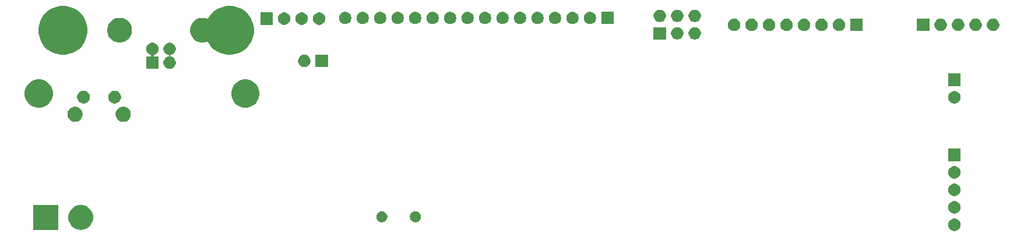
<source format=gbs>
%TF.GenerationSoftware,KiCad,Pcbnew,5.1.6+dfsg1-1~bpo10+1*%
%TF.CreationDate,2020-07-04T22:20:21+02:00*%
%TF.ProjectId,Model-M-USB,4d6f6465-6c2d-44d2-9d55-53422e6b6963,rev?*%
%TF.SameCoordinates,Original*%
%TF.FileFunction,Soldermask,Bot*%
%TF.FilePolarity,Negative*%
%FSLAX46Y46*%
G04 Gerber Fmt 4.6, Leading zero omitted, Abs format (unit mm)*
G04 Created by KiCad (PCBNEW 5.1.6+dfsg1-1~bpo10+1) date 2020-07-04 22:20:21*
%MOMM*%
%LPD*%
G01*
G04 APERTURE LIST*
%ADD10C,0.100000*%
G04 APERTURE END LIST*
D10*
G36*
X182113512Y-92183927D02*
G01*
X182262812Y-92213624D01*
X182426784Y-92281544D01*
X182574354Y-92380147D01*
X182699853Y-92505646D01*
X182798456Y-92653216D01*
X182866376Y-92817188D01*
X182901000Y-92991259D01*
X182901000Y-93168741D01*
X182866376Y-93342812D01*
X182798456Y-93506784D01*
X182699853Y-93654354D01*
X182574354Y-93779853D01*
X182426784Y-93878456D01*
X182262812Y-93946376D01*
X182113512Y-93976073D01*
X182088742Y-93981000D01*
X181911258Y-93981000D01*
X181886488Y-93976073D01*
X181737188Y-93946376D01*
X181573216Y-93878456D01*
X181425646Y-93779853D01*
X181300147Y-93654354D01*
X181201544Y-93506784D01*
X181133624Y-93342812D01*
X181099000Y-93168741D01*
X181099000Y-92991259D01*
X181133624Y-92817188D01*
X181201544Y-92653216D01*
X181300147Y-92505646D01*
X181425646Y-92380147D01*
X181573216Y-92281544D01*
X181737188Y-92213624D01*
X181886488Y-92183927D01*
X181911258Y-92179000D01*
X182088742Y-92179000D01*
X182113512Y-92183927D01*
G37*
G36*
X55306905Y-90208789D02*
G01*
X55605350Y-90268153D01*
X55933122Y-90403921D01*
X56228109Y-90601025D01*
X56478975Y-90851891D01*
X56676079Y-91146878D01*
X56811847Y-91474650D01*
X56871211Y-91773095D01*
X56881060Y-91822610D01*
X56881060Y-92177390D01*
X56873852Y-92213625D01*
X56811847Y-92525350D01*
X56676079Y-92853122D01*
X56478975Y-93148109D01*
X56228109Y-93398975D01*
X55933122Y-93596079D01*
X55605350Y-93731847D01*
X55306905Y-93791211D01*
X55257390Y-93801060D01*
X54902610Y-93801060D01*
X54853095Y-93791211D01*
X54554650Y-93731847D01*
X54226878Y-93596079D01*
X53931891Y-93398975D01*
X53681025Y-93148109D01*
X53483921Y-92853122D01*
X53348153Y-92525350D01*
X53286148Y-92213625D01*
X53278940Y-92177390D01*
X53278940Y-91822610D01*
X53288789Y-91773095D01*
X53348153Y-91474650D01*
X53483921Y-91146878D01*
X53681025Y-90851891D01*
X53931891Y-90601025D01*
X54226878Y-90403921D01*
X54554650Y-90268153D01*
X54853095Y-90208789D01*
X54902610Y-90198940D01*
X55257390Y-90198940D01*
X55306905Y-90208789D01*
G37*
G36*
X51801060Y-93801060D02*
G01*
X48198940Y-93801060D01*
X48198940Y-90198940D01*
X51801060Y-90198940D01*
X51801060Y-93801060D01*
G37*
G36*
X99053642Y-91129781D02*
G01*
X99199414Y-91190162D01*
X99199416Y-91190163D01*
X99330608Y-91277822D01*
X99442178Y-91389392D01*
X99529837Y-91520584D01*
X99529838Y-91520586D01*
X99590219Y-91666358D01*
X99621000Y-91821107D01*
X99621000Y-91978893D01*
X99590219Y-92133642D01*
X99529838Y-92279414D01*
X99529837Y-92279416D01*
X99442178Y-92410608D01*
X99330608Y-92522178D01*
X99199416Y-92609837D01*
X99199415Y-92609838D01*
X99199414Y-92609838D01*
X99053642Y-92670219D01*
X98898893Y-92701000D01*
X98741107Y-92701000D01*
X98586358Y-92670219D01*
X98440586Y-92609838D01*
X98440585Y-92609838D01*
X98440584Y-92609837D01*
X98309392Y-92522178D01*
X98197822Y-92410608D01*
X98110163Y-92279416D01*
X98110162Y-92279414D01*
X98049781Y-92133642D01*
X98019000Y-91978893D01*
X98019000Y-91821107D01*
X98049781Y-91666358D01*
X98110162Y-91520586D01*
X98110163Y-91520584D01*
X98197822Y-91389392D01*
X98309392Y-91277822D01*
X98440584Y-91190163D01*
X98440586Y-91190162D01*
X98586358Y-91129781D01*
X98741107Y-91099000D01*
X98898893Y-91099000D01*
X99053642Y-91129781D01*
G37*
G36*
X103933642Y-91129781D02*
G01*
X104079414Y-91190162D01*
X104079416Y-91190163D01*
X104210608Y-91277822D01*
X104322178Y-91389392D01*
X104409837Y-91520584D01*
X104409838Y-91520586D01*
X104470219Y-91666358D01*
X104501000Y-91821107D01*
X104501000Y-91978893D01*
X104470219Y-92133642D01*
X104409838Y-92279414D01*
X104409837Y-92279416D01*
X104322178Y-92410608D01*
X104210608Y-92522178D01*
X104079416Y-92609837D01*
X104079415Y-92609838D01*
X104079414Y-92609838D01*
X103933642Y-92670219D01*
X103778893Y-92701000D01*
X103621107Y-92701000D01*
X103466358Y-92670219D01*
X103320586Y-92609838D01*
X103320585Y-92609838D01*
X103320584Y-92609837D01*
X103189392Y-92522178D01*
X103077822Y-92410608D01*
X102990163Y-92279416D01*
X102990162Y-92279414D01*
X102929781Y-92133642D01*
X102899000Y-91978893D01*
X102899000Y-91821107D01*
X102929781Y-91666358D01*
X102990162Y-91520586D01*
X102990163Y-91520584D01*
X103077822Y-91389392D01*
X103189392Y-91277822D01*
X103320584Y-91190163D01*
X103320586Y-91190162D01*
X103466358Y-91129781D01*
X103621107Y-91099000D01*
X103778893Y-91099000D01*
X103933642Y-91129781D01*
G37*
G36*
X182113512Y-89643927D02*
G01*
X182262812Y-89673624D01*
X182426784Y-89741544D01*
X182574354Y-89840147D01*
X182699853Y-89965646D01*
X182798456Y-90113216D01*
X182866376Y-90277188D01*
X182901000Y-90451259D01*
X182901000Y-90628741D01*
X182866376Y-90802812D01*
X182798456Y-90966784D01*
X182699853Y-91114354D01*
X182574354Y-91239853D01*
X182426784Y-91338456D01*
X182262812Y-91406376D01*
X182113512Y-91436073D01*
X182088742Y-91441000D01*
X181911258Y-91441000D01*
X181886488Y-91436073D01*
X181737188Y-91406376D01*
X181573216Y-91338456D01*
X181425646Y-91239853D01*
X181300147Y-91114354D01*
X181201544Y-90966784D01*
X181133624Y-90802812D01*
X181099000Y-90628741D01*
X181099000Y-90451259D01*
X181133624Y-90277188D01*
X181201544Y-90113216D01*
X181300147Y-89965646D01*
X181425646Y-89840147D01*
X181573216Y-89741544D01*
X181737188Y-89673624D01*
X181886488Y-89643927D01*
X181911258Y-89639000D01*
X182088742Y-89639000D01*
X182113512Y-89643927D01*
G37*
G36*
X182113512Y-87103927D02*
G01*
X182262812Y-87133624D01*
X182426784Y-87201544D01*
X182574354Y-87300147D01*
X182699853Y-87425646D01*
X182798456Y-87573216D01*
X182866376Y-87737188D01*
X182901000Y-87911259D01*
X182901000Y-88088741D01*
X182866376Y-88262812D01*
X182798456Y-88426784D01*
X182699853Y-88574354D01*
X182574354Y-88699853D01*
X182426784Y-88798456D01*
X182262812Y-88866376D01*
X182113512Y-88896073D01*
X182088742Y-88901000D01*
X181911258Y-88901000D01*
X181886488Y-88896073D01*
X181737188Y-88866376D01*
X181573216Y-88798456D01*
X181425646Y-88699853D01*
X181300147Y-88574354D01*
X181201544Y-88426784D01*
X181133624Y-88262812D01*
X181099000Y-88088741D01*
X181099000Y-87911259D01*
X181133624Y-87737188D01*
X181201544Y-87573216D01*
X181300147Y-87425646D01*
X181425646Y-87300147D01*
X181573216Y-87201544D01*
X181737188Y-87133624D01*
X181886488Y-87103927D01*
X181911258Y-87099000D01*
X182088742Y-87099000D01*
X182113512Y-87103927D01*
G37*
G36*
X182113512Y-84563927D02*
G01*
X182262812Y-84593624D01*
X182426784Y-84661544D01*
X182574354Y-84760147D01*
X182699853Y-84885646D01*
X182798456Y-85033216D01*
X182866376Y-85197188D01*
X182901000Y-85371259D01*
X182901000Y-85548741D01*
X182866376Y-85722812D01*
X182798456Y-85886784D01*
X182699853Y-86034354D01*
X182574354Y-86159853D01*
X182426784Y-86258456D01*
X182262812Y-86326376D01*
X182113512Y-86356073D01*
X182088742Y-86361000D01*
X181911258Y-86361000D01*
X181886488Y-86356073D01*
X181737188Y-86326376D01*
X181573216Y-86258456D01*
X181425646Y-86159853D01*
X181300147Y-86034354D01*
X181201544Y-85886784D01*
X181133624Y-85722812D01*
X181099000Y-85548741D01*
X181099000Y-85371259D01*
X181133624Y-85197188D01*
X181201544Y-85033216D01*
X181300147Y-84885646D01*
X181425646Y-84760147D01*
X181573216Y-84661544D01*
X181737188Y-84593624D01*
X181886488Y-84563927D01*
X181911258Y-84559000D01*
X182088742Y-84559000D01*
X182113512Y-84563927D01*
G37*
G36*
X182901000Y-83821000D02*
G01*
X181099000Y-83821000D01*
X181099000Y-82019000D01*
X182901000Y-82019000D01*
X182901000Y-83821000D01*
G37*
G36*
X61474794Y-75910155D02*
G01*
X61581150Y-75931311D01*
X61679818Y-75972181D01*
X61781520Y-76014307D01*
X61961844Y-76134795D01*
X62115205Y-76288156D01*
X62235693Y-76468480D01*
X62318689Y-76668851D01*
X62361000Y-76881560D01*
X62361000Y-77098440D01*
X62318689Y-77311149D01*
X62235693Y-77511520D01*
X62115205Y-77691844D01*
X61961844Y-77845205D01*
X61781520Y-77965693D01*
X61581150Y-78048689D01*
X61474794Y-78069845D01*
X61368440Y-78091000D01*
X61151560Y-78091000D01*
X61045206Y-78069845D01*
X60938850Y-78048689D01*
X60738480Y-77965693D01*
X60558156Y-77845205D01*
X60404795Y-77691844D01*
X60284307Y-77511520D01*
X60201311Y-77311149D01*
X60159000Y-77098440D01*
X60159000Y-76881560D01*
X60201311Y-76668851D01*
X60284307Y-76468480D01*
X60404795Y-76288156D01*
X60558156Y-76134795D01*
X60738480Y-76014307D01*
X60840182Y-75972181D01*
X60938850Y-75931311D01*
X61045206Y-75910155D01*
X61151560Y-75889000D01*
X61368440Y-75889000D01*
X61474794Y-75910155D01*
G37*
G36*
X54464794Y-75910155D02*
G01*
X54571150Y-75931311D01*
X54669818Y-75972181D01*
X54771520Y-76014307D01*
X54951844Y-76134795D01*
X55105205Y-76288156D01*
X55225693Y-76468480D01*
X55308689Y-76668851D01*
X55351000Y-76881560D01*
X55351000Y-77098440D01*
X55308689Y-77311149D01*
X55225693Y-77511520D01*
X55105205Y-77691844D01*
X54951844Y-77845205D01*
X54771520Y-77965693D01*
X54571150Y-78048689D01*
X54464794Y-78069845D01*
X54358440Y-78091000D01*
X54141560Y-78091000D01*
X54035206Y-78069845D01*
X53928850Y-78048689D01*
X53728480Y-77965693D01*
X53548156Y-77845205D01*
X53394795Y-77691844D01*
X53274307Y-77511520D01*
X53191311Y-77311149D01*
X53149000Y-77098440D01*
X53149000Y-76881560D01*
X53191311Y-76668851D01*
X53274307Y-76468480D01*
X53394795Y-76288156D01*
X53548156Y-76134795D01*
X53728480Y-76014307D01*
X53830182Y-75972181D01*
X53928850Y-75931311D01*
X54035206Y-75910155D01*
X54141560Y-75889000D01*
X54358440Y-75889000D01*
X54464794Y-75910155D01*
G37*
G36*
X79598254Y-72027818D02*
G01*
X79971511Y-72182426D01*
X79971513Y-72182427D01*
X80307436Y-72406884D01*
X80593116Y-72692564D01*
X80817574Y-73028489D01*
X80972182Y-73401746D01*
X81051000Y-73797993D01*
X81051000Y-74202007D01*
X80972182Y-74598254D01*
X80887451Y-74802812D01*
X80817573Y-74971513D01*
X80593116Y-75307436D01*
X80307436Y-75593116D01*
X79971513Y-75817573D01*
X79971512Y-75817574D01*
X79971511Y-75817574D01*
X79598254Y-75972182D01*
X79202007Y-76051000D01*
X78797993Y-76051000D01*
X78401746Y-75972182D01*
X78028489Y-75817574D01*
X78028488Y-75817574D01*
X78028487Y-75817573D01*
X77692564Y-75593116D01*
X77406884Y-75307436D01*
X77182427Y-74971513D01*
X77112549Y-74802812D01*
X77027818Y-74598254D01*
X76949000Y-74202007D01*
X76949000Y-73797993D01*
X77027818Y-73401746D01*
X77182426Y-73028489D01*
X77406884Y-72692564D01*
X77692564Y-72406884D01*
X78028487Y-72182427D01*
X78028489Y-72182426D01*
X78401746Y-72027818D01*
X78797993Y-71949000D01*
X79202007Y-71949000D01*
X79598254Y-72027818D01*
G37*
G36*
X49598254Y-72027818D02*
G01*
X49971511Y-72182426D01*
X49971513Y-72182427D01*
X50307436Y-72406884D01*
X50593116Y-72692564D01*
X50817574Y-73028489D01*
X50972182Y-73401746D01*
X51051000Y-73797993D01*
X51051000Y-74202007D01*
X50972182Y-74598254D01*
X50887451Y-74802812D01*
X50817573Y-74971513D01*
X50593116Y-75307436D01*
X50307436Y-75593116D01*
X49971513Y-75817573D01*
X49971512Y-75817574D01*
X49971511Y-75817574D01*
X49598254Y-75972182D01*
X49202007Y-76051000D01*
X48797993Y-76051000D01*
X48401746Y-75972182D01*
X48028489Y-75817574D01*
X48028488Y-75817574D01*
X48028487Y-75817573D01*
X47692564Y-75593116D01*
X47406884Y-75307436D01*
X47182427Y-74971513D01*
X47112549Y-74802812D01*
X47027818Y-74598254D01*
X46949000Y-74202007D01*
X46949000Y-73797993D01*
X47027818Y-73401746D01*
X47182426Y-73028489D01*
X47406884Y-72692564D01*
X47692564Y-72406884D01*
X48028487Y-72182427D01*
X48028489Y-72182426D01*
X48401746Y-72027818D01*
X48797993Y-71949000D01*
X49202007Y-71949000D01*
X49598254Y-72027818D01*
G37*
G36*
X182113512Y-73643927D02*
G01*
X182262812Y-73673624D01*
X182426784Y-73741544D01*
X182574354Y-73840147D01*
X182699853Y-73965646D01*
X182798456Y-74113216D01*
X182866376Y-74277188D01*
X182901000Y-74451259D01*
X182901000Y-74628741D01*
X182866376Y-74802812D01*
X182798456Y-74966784D01*
X182699853Y-75114354D01*
X182574354Y-75239853D01*
X182426784Y-75338456D01*
X182262812Y-75406376D01*
X182113512Y-75436073D01*
X182088742Y-75441000D01*
X181911258Y-75441000D01*
X181886488Y-75436073D01*
X181737188Y-75406376D01*
X181573216Y-75338456D01*
X181425646Y-75239853D01*
X181300147Y-75114354D01*
X181201544Y-74966784D01*
X181133624Y-74802812D01*
X181099000Y-74628741D01*
X181099000Y-74451259D01*
X181133624Y-74277188D01*
X181201544Y-74113216D01*
X181300147Y-73965646D01*
X181425646Y-73840147D01*
X181573216Y-73741544D01*
X181737188Y-73673624D01*
X181886488Y-73643927D01*
X181911258Y-73639000D01*
X182088742Y-73639000D01*
X182113512Y-73643927D01*
G37*
G36*
X55770104Y-73609585D02*
G01*
X55938626Y-73679389D01*
X56090291Y-73780728D01*
X56219272Y-73909709D01*
X56320611Y-74061374D01*
X56390415Y-74229896D01*
X56426000Y-74408797D01*
X56426000Y-74591203D01*
X56390415Y-74770104D01*
X56320611Y-74938626D01*
X56219272Y-75090291D01*
X56090291Y-75219272D01*
X55938626Y-75320611D01*
X55770104Y-75390415D01*
X55591203Y-75426000D01*
X55408797Y-75426000D01*
X55229896Y-75390415D01*
X55061374Y-75320611D01*
X54909709Y-75219272D01*
X54780728Y-75090291D01*
X54679389Y-74938626D01*
X54609585Y-74770104D01*
X54574000Y-74591203D01*
X54574000Y-74408797D01*
X54609585Y-74229896D01*
X54679389Y-74061374D01*
X54780728Y-73909709D01*
X54909709Y-73780728D01*
X55061374Y-73679389D01*
X55229896Y-73609585D01*
X55408797Y-73574000D01*
X55591203Y-73574000D01*
X55770104Y-73609585D01*
G37*
G36*
X60270104Y-73609585D02*
G01*
X60438626Y-73679389D01*
X60590291Y-73780728D01*
X60719272Y-73909709D01*
X60820611Y-74061374D01*
X60890415Y-74229896D01*
X60926000Y-74408797D01*
X60926000Y-74591203D01*
X60890415Y-74770104D01*
X60820611Y-74938626D01*
X60719272Y-75090291D01*
X60590291Y-75219272D01*
X60438626Y-75320611D01*
X60270104Y-75390415D01*
X60091203Y-75426000D01*
X59908797Y-75426000D01*
X59729896Y-75390415D01*
X59561374Y-75320611D01*
X59409709Y-75219272D01*
X59280728Y-75090291D01*
X59179389Y-74938626D01*
X59109585Y-74770104D01*
X59074000Y-74591203D01*
X59074000Y-74408797D01*
X59109585Y-74229896D01*
X59179389Y-74061374D01*
X59280728Y-73909709D01*
X59409709Y-73780728D01*
X59561374Y-73679389D01*
X59729896Y-73609585D01*
X59908797Y-73574000D01*
X60091203Y-73574000D01*
X60270104Y-73609585D01*
G37*
G36*
X182901000Y-72901000D02*
G01*
X181099000Y-72901000D01*
X181099000Y-71099000D01*
X182901000Y-71099000D01*
X182901000Y-72901000D01*
G37*
G36*
X65613512Y-66603927D02*
G01*
X65762812Y-66633624D01*
X65926784Y-66701544D01*
X66074354Y-66800147D01*
X66199853Y-66925646D01*
X66298456Y-67073216D01*
X66366376Y-67237188D01*
X66401000Y-67411259D01*
X66401000Y-67588741D01*
X66366376Y-67762812D01*
X66298456Y-67926784D01*
X66199853Y-68074354D01*
X66074354Y-68199853D01*
X65926784Y-68298456D01*
X65781771Y-68358523D01*
X65760171Y-68370068D01*
X65741229Y-68385613D01*
X65725684Y-68404555D01*
X65714133Y-68426166D01*
X65707020Y-68449615D01*
X65704618Y-68474001D01*
X65707020Y-68498387D01*
X65714133Y-68521836D01*
X65725684Y-68543447D01*
X65741229Y-68562389D01*
X65760171Y-68577934D01*
X65781782Y-68589485D01*
X65805231Y-68596598D01*
X65829617Y-68599000D01*
X66401000Y-68599000D01*
X66401000Y-70401000D01*
X64599000Y-70401000D01*
X64599000Y-68599000D01*
X65170383Y-68599000D01*
X65194769Y-68596598D01*
X65218218Y-68589485D01*
X65239829Y-68577934D01*
X65258771Y-68562389D01*
X65274316Y-68543447D01*
X65285867Y-68521836D01*
X65292980Y-68498387D01*
X65295382Y-68474001D01*
X65292980Y-68449615D01*
X65285867Y-68426166D01*
X65274316Y-68404555D01*
X65258771Y-68385613D01*
X65239829Y-68370068D01*
X65218229Y-68358523D01*
X65073216Y-68298456D01*
X64925646Y-68199853D01*
X64800147Y-68074354D01*
X64701544Y-67926784D01*
X64633624Y-67762812D01*
X64599000Y-67588741D01*
X64599000Y-67411259D01*
X64633624Y-67237188D01*
X64701544Y-67073216D01*
X64800147Y-66925646D01*
X64925646Y-66800147D01*
X65073216Y-66701544D01*
X65237188Y-66633624D01*
X65386488Y-66603927D01*
X65411258Y-66599000D01*
X65588742Y-66599000D01*
X65613512Y-66603927D01*
G37*
G36*
X68113512Y-66603927D02*
G01*
X68262812Y-66633624D01*
X68426784Y-66701544D01*
X68574354Y-66800147D01*
X68699853Y-66925646D01*
X68798456Y-67073216D01*
X68866376Y-67237188D01*
X68901000Y-67411259D01*
X68901000Y-67588741D01*
X68866376Y-67762812D01*
X68798456Y-67926784D01*
X68699853Y-68074354D01*
X68574354Y-68199853D01*
X68426784Y-68298456D01*
X68262812Y-68366376D01*
X68207362Y-68377405D01*
X68183922Y-68384516D01*
X68162311Y-68396067D01*
X68143369Y-68411613D01*
X68127824Y-68430555D01*
X68116273Y-68452165D01*
X68109160Y-68475614D01*
X68106758Y-68500000D01*
X68109160Y-68524387D01*
X68116273Y-68547835D01*
X68127824Y-68569446D01*
X68143370Y-68588388D01*
X68162312Y-68603933D01*
X68183922Y-68615484D01*
X68207362Y-68622595D01*
X68262812Y-68633624D01*
X68426784Y-68701544D01*
X68574354Y-68800147D01*
X68699853Y-68925646D01*
X68798456Y-69073216D01*
X68866376Y-69237188D01*
X68901000Y-69411259D01*
X68901000Y-69588741D01*
X68866376Y-69762812D01*
X68798456Y-69926784D01*
X68699853Y-70074354D01*
X68574354Y-70199853D01*
X68426784Y-70298456D01*
X68262812Y-70366376D01*
X68113512Y-70396073D01*
X68088742Y-70401000D01*
X67911258Y-70401000D01*
X67886488Y-70396073D01*
X67737188Y-70366376D01*
X67573216Y-70298456D01*
X67425646Y-70199853D01*
X67300147Y-70074354D01*
X67201544Y-69926784D01*
X67133624Y-69762812D01*
X67099000Y-69588741D01*
X67099000Y-69411259D01*
X67133624Y-69237188D01*
X67201544Y-69073216D01*
X67300147Y-68925646D01*
X67425646Y-68800147D01*
X67573216Y-68701544D01*
X67737188Y-68633624D01*
X67792638Y-68622595D01*
X67816078Y-68615484D01*
X67837689Y-68603933D01*
X67856631Y-68588387D01*
X67872176Y-68569445D01*
X67883727Y-68547835D01*
X67890840Y-68524386D01*
X67893242Y-68500000D01*
X67890840Y-68475613D01*
X67883727Y-68452165D01*
X67872176Y-68430554D01*
X67856630Y-68411612D01*
X67837688Y-68396067D01*
X67816078Y-68384516D01*
X67792638Y-68377405D01*
X67737188Y-68366376D01*
X67573216Y-68298456D01*
X67425646Y-68199853D01*
X67300147Y-68074354D01*
X67201544Y-67926784D01*
X67133624Y-67762812D01*
X67099000Y-67588741D01*
X67099000Y-67411259D01*
X67133624Y-67237188D01*
X67201544Y-67073216D01*
X67300147Y-66925646D01*
X67425646Y-66800147D01*
X67573216Y-66701544D01*
X67737188Y-66633624D01*
X67886488Y-66603927D01*
X67911258Y-66599000D01*
X68088742Y-66599000D01*
X68113512Y-66603927D01*
G37*
G36*
X91001000Y-70151000D02*
G01*
X89199000Y-70151000D01*
X89199000Y-68349000D01*
X91001000Y-68349000D01*
X91001000Y-70151000D01*
G37*
G36*
X87673512Y-68353927D02*
G01*
X87822812Y-68383624D01*
X87986784Y-68451544D01*
X88134354Y-68550147D01*
X88259853Y-68675646D01*
X88358456Y-68823216D01*
X88426376Y-68987188D01*
X88461000Y-69161259D01*
X88461000Y-69338741D01*
X88426376Y-69512812D01*
X88358456Y-69676784D01*
X88259853Y-69824354D01*
X88134354Y-69949853D01*
X87986784Y-70048456D01*
X87822812Y-70116376D01*
X87673512Y-70146073D01*
X87648742Y-70151000D01*
X87471258Y-70151000D01*
X87446488Y-70146073D01*
X87297188Y-70116376D01*
X87133216Y-70048456D01*
X86985646Y-69949853D01*
X86860147Y-69824354D01*
X86761544Y-69676784D01*
X86693624Y-69512812D01*
X86659000Y-69338741D01*
X86659000Y-69161259D01*
X86693624Y-68987188D01*
X86761544Y-68823216D01*
X86860147Y-68675646D01*
X86985646Y-68550147D01*
X87133216Y-68451544D01*
X87297188Y-68383624D01*
X87446488Y-68353927D01*
X87471258Y-68349000D01*
X87648742Y-68349000D01*
X87673512Y-68353927D01*
G37*
G36*
X53535787Y-61385462D02*
G01*
X53535790Y-61385463D01*
X53535789Y-61385463D01*
X54182029Y-61653144D01*
X54763631Y-62041758D01*
X55258242Y-62536369D01*
X55646856Y-63117971D01*
X55774770Y-63426784D01*
X55914538Y-63764213D01*
X56051000Y-64450256D01*
X56051000Y-65149744D01*
X55914538Y-65835787D01*
X55914537Y-65835789D01*
X55646856Y-66482029D01*
X55258242Y-67063631D01*
X54763631Y-67558242D01*
X54182029Y-67946856D01*
X53874221Y-68074354D01*
X53535787Y-68214538D01*
X52849744Y-68351000D01*
X52150256Y-68351000D01*
X51464213Y-68214538D01*
X51125779Y-68074354D01*
X50817971Y-67946856D01*
X50236369Y-67558242D01*
X49741758Y-67063631D01*
X49353144Y-66482029D01*
X49085463Y-65835789D01*
X49085462Y-65835787D01*
X48949000Y-65149744D01*
X48949000Y-64450256D01*
X49085462Y-63764213D01*
X49225230Y-63426784D01*
X49353144Y-63117971D01*
X49741758Y-62536369D01*
X50236369Y-62041758D01*
X50817971Y-61653144D01*
X51464211Y-61385463D01*
X51464210Y-61385463D01*
X51464213Y-61385462D01*
X52150256Y-61249000D01*
X52849744Y-61249000D01*
X53535787Y-61385462D01*
G37*
G36*
X77735787Y-61385462D02*
G01*
X77735790Y-61385463D01*
X77735789Y-61385463D01*
X78382029Y-61653144D01*
X78963631Y-62041758D01*
X79458242Y-62536369D01*
X79846856Y-63117971D01*
X79974770Y-63426784D01*
X80114538Y-63764213D01*
X80251000Y-64450256D01*
X80251000Y-65149744D01*
X80114538Y-65835787D01*
X80114537Y-65835789D01*
X79846856Y-66482029D01*
X79458242Y-67063631D01*
X78963631Y-67558242D01*
X78382029Y-67946856D01*
X78074221Y-68074354D01*
X77735787Y-68214538D01*
X77049744Y-68351000D01*
X76350256Y-68351000D01*
X75664213Y-68214538D01*
X75325779Y-68074354D01*
X75017971Y-67946856D01*
X74436369Y-67558242D01*
X73941758Y-67063631D01*
X73575056Y-66514822D01*
X73559513Y-66495883D01*
X73540571Y-66480338D01*
X73518960Y-66468787D01*
X73495511Y-66461674D01*
X73471125Y-66459272D01*
X73446739Y-66461674D01*
X73423290Y-66468787D01*
X73295331Y-66521789D01*
X72947384Y-66591000D01*
X72592616Y-66591000D01*
X72244669Y-66521789D01*
X71916908Y-66386026D01*
X71621930Y-66188928D01*
X71371072Y-65938070D01*
X71173974Y-65643092D01*
X71038211Y-65315331D01*
X70969000Y-64967384D01*
X70969000Y-64612616D01*
X71038211Y-64264669D01*
X71173974Y-63936908D01*
X71371072Y-63641930D01*
X71621930Y-63391072D01*
X71916908Y-63193974D01*
X72244669Y-63058211D01*
X72592616Y-62989000D01*
X72947384Y-62989000D01*
X73295331Y-63058211D01*
X73433757Y-63115549D01*
X73457206Y-63122662D01*
X73481592Y-63125064D01*
X73505978Y-63122662D01*
X73529427Y-63115549D01*
X73551038Y-63103998D01*
X73569980Y-63088453D01*
X73585519Y-63069518D01*
X73941758Y-62536369D01*
X74436369Y-62041758D01*
X75017971Y-61653144D01*
X75664211Y-61385463D01*
X75664210Y-61385463D01*
X75664213Y-61385462D01*
X76350256Y-61249000D01*
X77049744Y-61249000D01*
X77735787Y-61385462D01*
G37*
G36*
X61255331Y-63058211D02*
G01*
X61583092Y-63193974D01*
X61878070Y-63391072D01*
X62128928Y-63641930D01*
X62326026Y-63936908D01*
X62461789Y-64264669D01*
X62531000Y-64612616D01*
X62531000Y-64967384D01*
X62461789Y-65315331D01*
X62326026Y-65643092D01*
X62128928Y-65938070D01*
X61878070Y-66188928D01*
X61583092Y-66386026D01*
X61255331Y-66521789D01*
X60907384Y-66591000D01*
X60552616Y-66591000D01*
X60204669Y-66521789D01*
X59876908Y-66386026D01*
X59581930Y-66188928D01*
X59331072Y-65938070D01*
X59133974Y-65643092D01*
X58998211Y-65315331D01*
X58929000Y-64967384D01*
X58929000Y-64612616D01*
X58998211Y-64264669D01*
X59133974Y-63936908D01*
X59331072Y-63641930D01*
X59581930Y-63391072D01*
X59876908Y-63193974D01*
X60204669Y-63058211D01*
X60552616Y-62989000D01*
X60907384Y-62989000D01*
X61255331Y-63058211D01*
G37*
G36*
X144393512Y-64343927D02*
G01*
X144542812Y-64373624D01*
X144706784Y-64441544D01*
X144854354Y-64540147D01*
X144979853Y-64665646D01*
X145078456Y-64813216D01*
X145146376Y-64977188D01*
X145176073Y-65126488D01*
X145180699Y-65149743D01*
X145181000Y-65151259D01*
X145181000Y-65328741D01*
X145146376Y-65502812D01*
X145078456Y-65666784D01*
X144979853Y-65814354D01*
X144854354Y-65939853D01*
X144706784Y-66038456D01*
X144542812Y-66106376D01*
X144393512Y-66136073D01*
X144368742Y-66141000D01*
X144191258Y-66141000D01*
X144166488Y-66136073D01*
X144017188Y-66106376D01*
X143853216Y-66038456D01*
X143705646Y-65939853D01*
X143580147Y-65814354D01*
X143481544Y-65666784D01*
X143413624Y-65502812D01*
X143379000Y-65328741D01*
X143379000Y-65151259D01*
X143379302Y-65149743D01*
X143383927Y-65126488D01*
X143413624Y-64977188D01*
X143481544Y-64813216D01*
X143580147Y-64665646D01*
X143705646Y-64540147D01*
X143853216Y-64441544D01*
X144017188Y-64373624D01*
X144166488Y-64343927D01*
X144191258Y-64339000D01*
X144368742Y-64339000D01*
X144393512Y-64343927D01*
G37*
G36*
X140101000Y-66141000D02*
G01*
X138299000Y-66141000D01*
X138299000Y-64339000D01*
X140101000Y-64339000D01*
X140101000Y-66141000D01*
G37*
G36*
X141853512Y-64343927D02*
G01*
X142002812Y-64373624D01*
X142166784Y-64441544D01*
X142314354Y-64540147D01*
X142439853Y-64665646D01*
X142538456Y-64813216D01*
X142606376Y-64977188D01*
X142636073Y-65126488D01*
X142640699Y-65149743D01*
X142641000Y-65151259D01*
X142641000Y-65328741D01*
X142606376Y-65502812D01*
X142538456Y-65666784D01*
X142439853Y-65814354D01*
X142314354Y-65939853D01*
X142166784Y-66038456D01*
X142002812Y-66106376D01*
X141853512Y-66136073D01*
X141828742Y-66141000D01*
X141651258Y-66141000D01*
X141626488Y-66136073D01*
X141477188Y-66106376D01*
X141313216Y-66038456D01*
X141165646Y-65939853D01*
X141040147Y-65814354D01*
X140941544Y-65666784D01*
X140873624Y-65502812D01*
X140839000Y-65328741D01*
X140839000Y-65151259D01*
X140839302Y-65149743D01*
X140843927Y-65126488D01*
X140873624Y-64977188D01*
X140941544Y-64813216D01*
X141040147Y-64665646D01*
X141165646Y-64540147D01*
X141313216Y-64441544D01*
X141477188Y-64373624D01*
X141626488Y-64343927D01*
X141651258Y-64339000D01*
X141828742Y-64339000D01*
X141853512Y-64343927D01*
G37*
G36*
X185193512Y-63103927D02*
G01*
X185342812Y-63133624D01*
X185506784Y-63201544D01*
X185654354Y-63300147D01*
X185779853Y-63425646D01*
X185878456Y-63573216D01*
X185946376Y-63737188D01*
X185972072Y-63866375D01*
X185978960Y-63901000D01*
X185981000Y-63911259D01*
X185981000Y-64088741D01*
X185946376Y-64262812D01*
X185878456Y-64426784D01*
X185779853Y-64574354D01*
X185654354Y-64699853D01*
X185506784Y-64798456D01*
X185342812Y-64866376D01*
X185193512Y-64896073D01*
X185168742Y-64901000D01*
X184991258Y-64901000D01*
X184966488Y-64896073D01*
X184817188Y-64866376D01*
X184653216Y-64798456D01*
X184505646Y-64699853D01*
X184380147Y-64574354D01*
X184281544Y-64426784D01*
X184213624Y-64262812D01*
X184179000Y-64088741D01*
X184179000Y-63911259D01*
X184181041Y-63901000D01*
X184187928Y-63866375D01*
X184213624Y-63737188D01*
X184281544Y-63573216D01*
X184380147Y-63425646D01*
X184505646Y-63300147D01*
X184653216Y-63201544D01*
X184817188Y-63133624D01*
X184966488Y-63103927D01*
X184991258Y-63099000D01*
X185168742Y-63099000D01*
X185193512Y-63103927D01*
G37*
G36*
X187733512Y-63103927D02*
G01*
X187882812Y-63133624D01*
X188046784Y-63201544D01*
X188194354Y-63300147D01*
X188319853Y-63425646D01*
X188418456Y-63573216D01*
X188486376Y-63737188D01*
X188512072Y-63866375D01*
X188518960Y-63901000D01*
X188521000Y-63911259D01*
X188521000Y-64088741D01*
X188486376Y-64262812D01*
X188418456Y-64426784D01*
X188319853Y-64574354D01*
X188194354Y-64699853D01*
X188046784Y-64798456D01*
X187882812Y-64866376D01*
X187733512Y-64896073D01*
X187708742Y-64901000D01*
X187531258Y-64901000D01*
X187506488Y-64896073D01*
X187357188Y-64866376D01*
X187193216Y-64798456D01*
X187045646Y-64699853D01*
X186920147Y-64574354D01*
X186821544Y-64426784D01*
X186753624Y-64262812D01*
X186719000Y-64088741D01*
X186719000Y-63911259D01*
X186721041Y-63901000D01*
X186727928Y-63866375D01*
X186753624Y-63737188D01*
X186821544Y-63573216D01*
X186920147Y-63425646D01*
X187045646Y-63300147D01*
X187193216Y-63201544D01*
X187357188Y-63133624D01*
X187506488Y-63103927D01*
X187531258Y-63099000D01*
X187708742Y-63099000D01*
X187733512Y-63103927D01*
G37*
G36*
X180113512Y-63103927D02*
G01*
X180262812Y-63133624D01*
X180426784Y-63201544D01*
X180574354Y-63300147D01*
X180699853Y-63425646D01*
X180798456Y-63573216D01*
X180866376Y-63737188D01*
X180892072Y-63866375D01*
X180898960Y-63901000D01*
X180901000Y-63911259D01*
X180901000Y-64088741D01*
X180866376Y-64262812D01*
X180798456Y-64426784D01*
X180699853Y-64574354D01*
X180574354Y-64699853D01*
X180426784Y-64798456D01*
X180262812Y-64866376D01*
X180113512Y-64896073D01*
X180088742Y-64901000D01*
X179911258Y-64901000D01*
X179886488Y-64896073D01*
X179737188Y-64866376D01*
X179573216Y-64798456D01*
X179425646Y-64699853D01*
X179300147Y-64574354D01*
X179201544Y-64426784D01*
X179133624Y-64262812D01*
X179099000Y-64088741D01*
X179099000Y-63911259D01*
X179101041Y-63901000D01*
X179107928Y-63866375D01*
X179133624Y-63737188D01*
X179201544Y-63573216D01*
X179300147Y-63425646D01*
X179425646Y-63300147D01*
X179573216Y-63201544D01*
X179737188Y-63133624D01*
X179886488Y-63103927D01*
X179911258Y-63099000D01*
X180088742Y-63099000D01*
X180113512Y-63103927D01*
G37*
G36*
X178361000Y-64901000D02*
G01*
X176559000Y-64901000D01*
X176559000Y-63099000D01*
X178361000Y-63099000D01*
X178361000Y-64901000D01*
G37*
G36*
X162813512Y-63103927D02*
G01*
X162962812Y-63133624D01*
X163126784Y-63201544D01*
X163274354Y-63300147D01*
X163399853Y-63425646D01*
X163498456Y-63573216D01*
X163566376Y-63737188D01*
X163592072Y-63866375D01*
X163598960Y-63901000D01*
X163601000Y-63911259D01*
X163601000Y-64088741D01*
X163566376Y-64262812D01*
X163498456Y-64426784D01*
X163399853Y-64574354D01*
X163274354Y-64699853D01*
X163126784Y-64798456D01*
X162962812Y-64866376D01*
X162813512Y-64896073D01*
X162788742Y-64901000D01*
X162611258Y-64901000D01*
X162586488Y-64896073D01*
X162437188Y-64866376D01*
X162273216Y-64798456D01*
X162125646Y-64699853D01*
X162000147Y-64574354D01*
X161901544Y-64426784D01*
X161833624Y-64262812D01*
X161799000Y-64088741D01*
X161799000Y-63911259D01*
X161801041Y-63901000D01*
X161807928Y-63866375D01*
X161833624Y-63737188D01*
X161901544Y-63573216D01*
X162000147Y-63425646D01*
X162125646Y-63300147D01*
X162273216Y-63201544D01*
X162437188Y-63133624D01*
X162586488Y-63103927D01*
X162611258Y-63099000D01*
X162788742Y-63099000D01*
X162813512Y-63103927D01*
G37*
G36*
X150113512Y-63103927D02*
G01*
X150262812Y-63133624D01*
X150426784Y-63201544D01*
X150574354Y-63300147D01*
X150699853Y-63425646D01*
X150798456Y-63573216D01*
X150866376Y-63737188D01*
X150892072Y-63866375D01*
X150898960Y-63901000D01*
X150901000Y-63911259D01*
X150901000Y-64088741D01*
X150866376Y-64262812D01*
X150798456Y-64426784D01*
X150699853Y-64574354D01*
X150574354Y-64699853D01*
X150426784Y-64798456D01*
X150262812Y-64866376D01*
X150113512Y-64896073D01*
X150088742Y-64901000D01*
X149911258Y-64901000D01*
X149886488Y-64896073D01*
X149737188Y-64866376D01*
X149573216Y-64798456D01*
X149425646Y-64699853D01*
X149300147Y-64574354D01*
X149201544Y-64426784D01*
X149133624Y-64262812D01*
X149099000Y-64088741D01*
X149099000Y-63911259D01*
X149101041Y-63901000D01*
X149107928Y-63866375D01*
X149133624Y-63737188D01*
X149201544Y-63573216D01*
X149300147Y-63425646D01*
X149425646Y-63300147D01*
X149573216Y-63201544D01*
X149737188Y-63133624D01*
X149886488Y-63103927D01*
X149911258Y-63099000D01*
X150088742Y-63099000D01*
X150113512Y-63103927D01*
G37*
G36*
X152653512Y-63103927D02*
G01*
X152802812Y-63133624D01*
X152966784Y-63201544D01*
X153114354Y-63300147D01*
X153239853Y-63425646D01*
X153338456Y-63573216D01*
X153406376Y-63737188D01*
X153432072Y-63866375D01*
X153438960Y-63901000D01*
X153441000Y-63911259D01*
X153441000Y-64088741D01*
X153406376Y-64262812D01*
X153338456Y-64426784D01*
X153239853Y-64574354D01*
X153114354Y-64699853D01*
X152966784Y-64798456D01*
X152802812Y-64866376D01*
X152653512Y-64896073D01*
X152628742Y-64901000D01*
X152451258Y-64901000D01*
X152426488Y-64896073D01*
X152277188Y-64866376D01*
X152113216Y-64798456D01*
X151965646Y-64699853D01*
X151840147Y-64574354D01*
X151741544Y-64426784D01*
X151673624Y-64262812D01*
X151639000Y-64088741D01*
X151639000Y-63911259D01*
X151641041Y-63901000D01*
X151647928Y-63866375D01*
X151673624Y-63737188D01*
X151741544Y-63573216D01*
X151840147Y-63425646D01*
X151965646Y-63300147D01*
X152113216Y-63201544D01*
X152277188Y-63133624D01*
X152426488Y-63103927D01*
X152451258Y-63099000D01*
X152628742Y-63099000D01*
X152653512Y-63103927D01*
G37*
G36*
X157733512Y-63103927D02*
G01*
X157882812Y-63133624D01*
X158046784Y-63201544D01*
X158194354Y-63300147D01*
X158319853Y-63425646D01*
X158418456Y-63573216D01*
X158486376Y-63737188D01*
X158512072Y-63866375D01*
X158518960Y-63901000D01*
X158521000Y-63911259D01*
X158521000Y-64088741D01*
X158486376Y-64262812D01*
X158418456Y-64426784D01*
X158319853Y-64574354D01*
X158194354Y-64699853D01*
X158046784Y-64798456D01*
X157882812Y-64866376D01*
X157733512Y-64896073D01*
X157708742Y-64901000D01*
X157531258Y-64901000D01*
X157506488Y-64896073D01*
X157357188Y-64866376D01*
X157193216Y-64798456D01*
X157045646Y-64699853D01*
X156920147Y-64574354D01*
X156821544Y-64426784D01*
X156753624Y-64262812D01*
X156719000Y-64088741D01*
X156719000Y-63911259D01*
X156721041Y-63901000D01*
X156727928Y-63866375D01*
X156753624Y-63737188D01*
X156821544Y-63573216D01*
X156920147Y-63425646D01*
X157045646Y-63300147D01*
X157193216Y-63201544D01*
X157357188Y-63133624D01*
X157506488Y-63103927D01*
X157531258Y-63099000D01*
X157708742Y-63099000D01*
X157733512Y-63103927D01*
G37*
G36*
X160273512Y-63103927D02*
G01*
X160422812Y-63133624D01*
X160586784Y-63201544D01*
X160734354Y-63300147D01*
X160859853Y-63425646D01*
X160958456Y-63573216D01*
X161026376Y-63737188D01*
X161052072Y-63866375D01*
X161058960Y-63901000D01*
X161061000Y-63911259D01*
X161061000Y-64088741D01*
X161026376Y-64262812D01*
X160958456Y-64426784D01*
X160859853Y-64574354D01*
X160734354Y-64699853D01*
X160586784Y-64798456D01*
X160422812Y-64866376D01*
X160273512Y-64896073D01*
X160248742Y-64901000D01*
X160071258Y-64901000D01*
X160046488Y-64896073D01*
X159897188Y-64866376D01*
X159733216Y-64798456D01*
X159585646Y-64699853D01*
X159460147Y-64574354D01*
X159361544Y-64426784D01*
X159293624Y-64262812D01*
X159259000Y-64088741D01*
X159259000Y-63911259D01*
X159261041Y-63901000D01*
X159267928Y-63866375D01*
X159293624Y-63737188D01*
X159361544Y-63573216D01*
X159460147Y-63425646D01*
X159585646Y-63300147D01*
X159733216Y-63201544D01*
X159897188Y-63133624D01*
X160046488Y-63103927D01*
X160071258Y-63099000D01*
X160248742Y-63099000D01*
X160273512Y-63103927D01*
G37*
G36*
X165353512Y-63103927D02*
G01*
X165502812Y-63133624D01*
X165666784Y-63201544D01*
X165814354Y-63300147D01*
X165939853Y-63425646D01*
X166038456Y-63573216D01*
X166106376Y-63737188D01*
X166132072Y-63866375D01*
X166138960Y-63901000D01*
X166141000Y-63911259D01*
X166141000Y-64088741D01*
X166106376Y-64262812D01*
X166038456Y-64426784D01*
X165939853Y-64574354D01*
X165814354Y-64699853D01*
X165666784Y-64798456D01*
X165502812Y-64866376D01*
X165353512Y-64896073D01*
X165328742Y-64901000D01*
X165151258Y-64901000D01*
X165126488Y-64896073D01*
X164977188Y-64866376D01*
X164813216Y-64798456D01*
X164665646Y-64699853D01*
X164540147Y-64574354D01*
X164441544Y-64426784D01*
X164373624Y-64262812D01*
X164339000Y-64088741D01*
X164339000Y-63911259D01*
X164341041Y-63901000D01*
X164347928Y-63866375D01*
X164373624Y-63737188D01*
X164441544Y-63573216D01*
X164540147Y-63425646D01*
X164665646Y-63300147D01*
X164813216Y-63201544D01*
X164977188Y-63133624D01*
X165126488Y-63103927D01*
X165151258Y-63099000D01*
X165328742Y-63099000D01*
X165353512Y-63103927D01*
G37*
G36*
X168681000Y-64901000D02*
G01*
X166879000Y-64901000D01*
X166879000Y-63099000D01*
X168681000Y-63099000D01*
X168681000Y-64901000D01*
G37*
G36*
X155193512Y-63103927D02*
G01*
X155342812Y-63133624D01*
X155506784Y-63201544D01*
X155654354Y-63300147D01*
X155779853Y-63425646D01*
X155878456Y-63573216D01*
X155946376Y-63737188D01*
X155972072Y-63866375D01*
X155978960Y-63901000D01*
X155981000Y-63911259D01*
X155981000Y-64088741D01*
X155946376Y-64262812D01*
X155878456Y-64426784D01*
X155779853Y-64574354D01*
X155654354Y-64699853D01*
X155506784Y-64798456D01*
X155342812Y-64866376D01*
X155193512Y-64896073D01*
X155168742Y-64901000D01*
X154991258Y-64901000D01*
X154966488Y-64896073D01*
X154817188Y-64866376D01*
X154653216Y-64798456D01*
X154505646Y-64699853D01*
X154380147Y-64574354D01*
X154281544Y-64426784D01*
X154213624Y-64262812D01*
X154179000Y-64088741D01*
X154179000Y-63911259D01*
X154181041Y-63901000D01*
X154187928Y-63866375D01*
X154213624Y-63737188D01*
X154281544Y-63573216D01*
X154380147Y-63425646D01*
X154505646Y-63300147D01*
X154653216Y-63201544D01*
X154817188Y-63133624D01*
X154966488Y-63103927D01*
X154991258Y-63099000D01*
X155168742Y-63099000D01*
X155193512Y-63103927D01*
G37*
G36*
X182653512Y-63103927D02*
G01*
X182802812Y-63133624D01*
X182966784Y-63201544D01*
X183114354Y-63300147D01*
X183239853Y-63425646D01*
X183338456Y-63573216D01*
X183406376Y-63737188D01*
X183432072Y-63866375D01*
X183438960Y-63901000D01*
X183441000Y-63911259D01*
X183441000Y-64088741D01*
X183406376Y-64262812D01*
X183338456Y-64426784D01*
X183239853Y-64574354D01*
X183114354Y-64699853D01*
X182966784Y-64798456D01*
X182802812Y-64866376D01*
X182653512Y-64896073D01*
X182628742Y-64901000D01*
X182451258Y-64901000D01*
X182426488Y-64896073D01*
X182277188Y-64866376D01*
X182113216Y-64798456D01*
X181965646Y-64699853D01*
X181840147Y-64574354D01*
X181741544Y-64426784D01*
X181673624Y-64262812D01*
X181639000Y-64088741D01*
X181639000Y-63911259D01*
X181641041Y-63901000D01*
X181647928Y-63866375D01*
X181673624Y-63737188D01*
X181741544Y-63573216D01*
X181840147Y-63425646D01*
X181965646Y-63300147D01*
X182113216Y-63201544D01*
X182277188Y-63133624D01*
X182426488Y-63103927D01*
X182451258Y-63099000D01*
X182628742Y-63099000D01*
X182653512Y-63103927D01*
G37*
G36*
X84741531Y-62201544D02*
G01*
X84902812Y-62233624D01*
X85066784Y-62301544D01*
X85214354Y-62400147D01*
X85339853Y-62525646D01*
X85438456Y-62673216D01*
X85506376Y-62837188D01*
X85541000Y-63011259D01*
X85541000Y-63188741D01*
X85506376Y-63362812D01*
X85438456Y-63526784D01*
X85339853Y-63674354D01*
X85214354Y-63799853D01*
X85066784Y-63898456D01*
X84902812Y-63966376D01*
X84753512Y-63996073D01*
X84728742Y-64001000D01*
X84551258Y-64001000D01*
X84526488Y-63996073D01*
X84377188Y-63966376D01*
X84213216Y-63898456D01*
X84065646Y-63799853D01*
X83940147Y-63674354D01*
X83841544Y-63526784D01*
X83773624Y-63362812D01*
X83739000Y-63188741D01*
X83739000Y-63011259D01*
X83773624Y-62837188D01*
X83841544Y-62673216D01*
X83940147Y-62525646D01*
X84065646Y-62400147D01*
X84213216Y-62301544D01*
X84377188Y-62233624D01*
X84538469Y-62201544D01*
X84551258Y-62199000D01*
X84728742Y-62199000D01*
X84741531Y-62201544D01*
G37*
G36*
X83001000Y-64001000D02*
G01*
X81199000Y-64001000D01*
X81199000Y-62199000D01*
X83001000Y-62199000D01*
X83001000Y-64001000D01*
G37*
G36*
X87281531Y-62201544D02*
G01*
X87442812Y-62233624D01*
X87606784Y-62301544D01*
X87754354Y-62400147D01*
X87879853Y-62525646D01*
X87978456Y-62673216D01*
X88046376Y-62837188D01*
X88081000Y-63011259D01*
X88081000Y-63188741D01*
X88046376Y-63362812D01*
X87978456Y-63526784D01*
X87879853Y-63674354D01*
X87754354Y-63799853D01*
X87606784Y-63898456D01*
X87442812Y-63966376D01*
X87293512Y-63996073D01*
X87268742Y-64001000D01*
X87091258Y-64001000D01*
X87066488Y-63996073D01*
X86917188Y-63966376D01*
X86753216Y-63898456D01*
X86605646Y-63799853D01*
X86480147Y-63674354D01*
X86381544Y-63526784D01*
X86313624Y-63362812D01*
X86279000Y-63188741D01*
X86279000Y-63011259D01*
X86313624Y-62837188D01*
X86381544Y-62673216D01*
X86480147Y-62525646D01*
X86605646Y-62400147D01*
X86753216Y-62301544D01*
X86917188Y-62233624D01*
X87078469Y-62201544D01*
X87091258Y-62199000D01*
X87268742Y-62199000D01*
X87281531Y-62201544D01*
G37*
G36*
X89821531Y-62201544D02*
G01*
X89982812Y-62233624D01*
X90146784Y-62301544D01*
X90294354Y-62400147D01*
X90419853Y-62525646D01*
X90518456Y-62673216D01*
X90586376Y-62837188D01*
X90621000Y-63011259D01*
X90621000Y-63188741D01*
X90586376Y-63362812D01*
X90518456Y-63526784D01*
X90419853Y-63674354D01*
X90294354Y-63799853D01*
X90146784Y-63898456D01*
X89982812Y-63966376D01*
X89833512Y-63996073D01*
X89808742Y-64001000D01*
X89631258Y-64001000D01*
X89606488Y-63996073D01*
X89457188Y-63966376D01*
X89293216Y-63898456D01*
X89145646Y-63799853D01*
X89020147Y-63674354D01*
X88921544Y-63526784D01*
X88853624Y-63362812D01*
X88819000Y-63188741D01*
X88819000Y-63011259D01*
X88853624Y-62837188D01*
X88921544Y-62673216D01*
X89020147Y-62525646D01*
X89145646Y-62400147D01*
X89293216Y-62301544D01*
X89457188Y-62233624D01*
X89618469Y-62201544D01*
X89631258Y-62199000D01*
X89808742Y-62199000D01*
X89821531Y-62201544D01*
G37*
G36*
X124093512Y-62103927D02*
G01*
X124242812Y-62133624D01*
X124406784Y-62201544D01*
X124554354Y-62300147D01*
X124679853Y-62425646D01*
X124778456Y-62573216D01*
X124846376Y-62737188D01*
X124866267Y-62837189D01*
X124881000Y-62911258D01*
X124881000Y-63088742D01*
X124877965Y-63103998D01*
X124846376Y-63262812D01*
X124778456Y-63426784D01*
X124679853Y-63574354D01*
X124554354Y-63699853D01*
X124406784Y-63798456D01*
X124242812Y-63866376D01*
X124093512Y-63896073D01*
X124068742Y-63901000D01*
X123891258Y-63901000D01*
X123866488Y-63896073D01*
X123717188Y-63866376D01*
X123553216Y-63798456D01*
X123405646Y-63699853D01*
X123280147Y-63574354D01*
X123181544Y-63426784D01*
X123113624Y-63262812D01*
X123082035Y-63103998D01*
X123079000Y-63088742D01*
X123079000Y-62911258D01*
X123093733Y-62837189D01*
X123113624Y-62737188D01*
X123181544Y-62573216D01*
X123280147Y-62425646D01*
X123405646Y-62300147D01*
X123553216Y-62201544D01*
X123717188Y-62133624D01*
X123866488Y-62103927D01*
X123891258Y-62099000D01*
X124068742Y-62099000D01*
X124093512Y-62103927D01*
G37*
G36*
X96153512Y-62103927D02*
G01*
X96302812Y-62133624D01*
X96466784Y-62201544D01*
X96614354Y-62300147D01*
X96739853Y-62425646D01*
X96838456Y-62573216D01*
X96906376Y-62737188D01*
X96926267Y-62837189D01*
X96941000Y-62911258D01*
X96941000Y-63088742D01*
X96937965Y-63103998D01*
X96906376Y-63262812D01*
X96838456Y-63426784D01*
X96739853Y-63574354D01*
X96614354Y-63699853D01*
X96466784Y-63798456D01*
X96302812Y-63866376D01*
X96153512Y-63896073D01*
X96128742Y-63901000D01*
X95951258Y-63901000D01*
X95926488Y-63896073D01*
X95777188Y-63866376D01*
X95613216Y-63798456D01*
X95465646Y-63699853D01*
X95340147Y-63574354D01*
X95241544Y-63426784D01*
X95173624Y-63262812D01*
X95142035Y-63103998D01*
X95139000Y-63088742D01*
X95139000Y-62911258D01*
X95153733Y-62837189D01*
X95173624Y-62737188D01*
X95241544Y-62573216D01*
X95340147Y-62425646D01*
X95465646Y-62300147D01*
X95613216Y-62201544D01*
X95777188Y-62133624D01*
X95926488Y-62103927D01*
X95951258Y-62099000D01*
X96128742Y-62099000D01*
X96153512Y-62103927D01*
G37*
G36*
X98693512Y-62103927D02*
G01*
X98842812Y-62133624D01*
X99006784Y-62201544D01*
X99154354Y-62300147D01*
X99279853Y-62425646D01*
X99378456Y-62573216D01*
X99446376Y-62737188D01*
X99466267Y-62837189D01*
X99481000Y-62911258D01*
X99481000Y-63088742D01*
X99477965Y-63103998D01*
X99446376Y-63262812D01*
X99378456Y-63426784D01*
X99279853Y-63574354D01*
X99154354Y-63699853D01*
X99006784Y-63798456D01*
X98842812Y-63866376D01*
X98693512Y-63896073D01*
X98668742Y-63901000D01*
X98491258Y-63901000D01*
X98466488Y-63896073D01*
X98317188Y-63866376D01*
X98153216Y-63798456D01*
X98005646Y-63699853D01*
X97880147Y-63574354D01*
X97781544Y-63426784D01*
X97713624Y-63262812D01*
X97682035Y-63103998D01*
X97679000Y-63088742D01*
X97679000Y-62911258D01*
X97693733Y-62837189D01*
X97713624Y-62737188D01*
X97781544Y-62573216D01*
X97880147Y-62425646D01*
X98005646Y-62300147D01*
X98153216Y-62201544D01*
X98317188Y-62133624D01*
X98466488Y-62103927D01*
X98491258Y-62099000D01*
X98668742Y-62099000D01*
X98693512Y-62103927D01*
G37*
G36*
X101233512Y-62103927D02*
G01*
X101382812Y-62133624D01*
X101546784Y-62201544D01*
X101694354Y-62300147D01*
X101819853Y-62425646D01*
X101918456Y-62573216D01*
X101986376Y-62737188D01*
X102006267Y-62837189D01*
X102021000Y-62911258D01*
X102021000Y-63088742D01*
X102017965Y-63103998D01*
X101986376Y-63262812D01*
X101918456Y-63426784D01*
X101819853Y-63574354D01*
X101694354Y-63699853D01*
X101546784Y-63798456D01*
X101382812Y-63866376D01*
X101233512Y-63896073D01*
X101208742Y-63901000D01*
X101031258Y-63901000D01*
X101006488Y-63896073D01*
X100857188Y-63866376D01*
X100693216Y-63798456D01*
X100545646Y-63699853D01*
X100420147Y-63574354D01*
X100321544Y-63426784D01*
X100253624Y-63262812D01*
X100222035Y-63103998D01*
X100219000Y-63088742D01*
X100219000Y-62911258D01*
X100233733Y-62837189D01*
X100253624Y-62737188D01*
X100321544Y-62573216D01*
X100420147Y-62425646D01*
X100545646Y-62300147D01*
X100693216Y-62201544D01*
X100857188Y-62133624D01*
X101006488Y-62103927D01*
X101031258Y-62099000D01*
X101208742Y-62099000D01*
X101233512Y-62103927D01*
G37*
G36*
X116473512Y-62103927D02*
G01*
X116622812Y-62133624D01*
X116786784Y-62201544D01*
X116934354Y-62300147D01*
X117059853Y-62425646D01*
X117158456Y-62573216D01*
X117226376Y-62737188D01*
X117246267Y-62837189D01*
X117261000Y-62911258D01*
X117261000Y-63088742D01*
X117257965Y-63103998D01*
X117226376Y-63262812D01*
X117158456Y-63426784D01*
X117059853Y-63574354D01*
X116934354Y-63699853D01*
X116786784Y-63798456D01*
X116622812Y-63866376D01*
X116473512Y-63896073D01*
X116448742Y-63901000D01*
X116271258Y-63901000D01*
X116246488Y-63896073D01*
X116097188Y-63866376D01*
X115933216Y-63798456D01*
X115785646Y-63699853D01*
X115660147Y-63574354D01*
X115561544Y-63426784D01*
X115493624Y-63262812D01*
X115462035Y-63103998D01*
X115459000Y-63088742D01*
X115459000Y-62911258D01*
X115473733Y-62837189D01*
X115493624Y-62737188D01*
X115561544Y-62573216D01*
X115660147Y-62425646D01*
X115785646Y-62300147D01*
X115933216Y-62201544D01*
X116097188Y-62133624D01*
X116246488Y-62103927D01*
X116271258Y-62099000D01*
X116448742Y-62099000D01*
X116473512Y-62103927D01*
G37*
G36*
X93613512Y-62103927D02*
G01*
X93762812Y-62133624D01*
X93926784Y-62201544D01*
X94074354Y-62300147D01*
X94199853Y-62425646D01*
X94298456Y-62573216D01*
X94366376Y-62737188D01*
X94386267Y-62837189D01*
X94401000Y-62911258D01*
X94401000Y-63088742D01*
X94397965Y-63103998D01*
X94366376Y-63262812D01*
X94298456Y-63426784D01*
X94199853Y-63574354D01*
X94074354Y-63699853D01*
X93926784Y-63798456D01*
X93762812Y-63866376D01*
X93613512Y-63896073D01*
X93588742Y-63901000D01*
X93411258Y-63901000D01*
X93386488Y-63896073D01*
X93237188Y-63866376D01*
X93073216Y-63798456D01*
X92925646Y-63699853D01*
X92800147Y-63574354D01*
X92701544Y-63426784D01*
X92633624Y-63262812D01*
X92602035Y-63103998D01*
X92599000Y-63088742D01*
X92599000Y-62911258D01*
X92613733Y-62837189D01*
X92633624Y-62737188D01*
X92701544Y-62573216D01*
X92800147Y-62425646D01*
X92925646Y-62300147D01*
X93073216Y-62201544D01*
X93237188Y-62133624D01*
X93386488Y-62103927D01*
X93411258Y-62099000D01*
X93588742Y-62099000D01*
X93613512Y-62103927D01*
G37*
G36*
X111393512Y-62103927D02*
G01*
X111542812Y-62133624D01*
X111706784Y-62201544D01*
X111854354Y-62300147D01*
X111979853Y-62425646D01*
X112078456Y-62573216D01*
X112146376Y-62737188D01*
X112166267Y-62837189D01*
X112181000Y-62911258D01*
X112181000Y-63088742D01*
X112177965Y-63103998D01*
X112146376Y-63262812D01*
X112078456Y-63426784D01*
X111979853Y-63574354D01*
X111854354Y-63699853D01*
X111706784Y-63798456D01*
X111542812Y-63866376D01*
X111393512Y-63896073D01*
X111368742Y-63901000D01*
X111191258Y-63901000D01*
X111166488Y-63896073D01*
X111017188Y-63866376D01*
X110853216Y-63798456D01*
X110705646Y-63699853D01*
X110580147Y-63574354D01*
X110481544Y-63426784D01*
X110413624Y-63262812D01*
X110382035Y-63103998D01*
X110379000Y-63088742D01*
X110379000Y-62911258D01*
X110393733Y-62837189D01*
X110413624Y-62737188D01*
X110481544Y-62573216D01*
X110580147Y-62425646D01*
X110705646Y-62300147D01*
X110853216Y-62201544D01*
X111017188Y-62133624D01*
X111166488Y-62103927D01*
X111191258Y-62099000D01*
X111368742Y-62099000D01*
X111393512Y-62103927D01*
G37*
G36*
X108853512Y-62103927D02*
G01*
X109002812Y-62133624D01*
X109166784Y-62201544D01*
X109314354Y-62300147D01*
X109439853Y-62425646D01*
X109538456Y-62573216D01*
X109606376Y-62737188D01*
X109626267Y-62837189D01*
X109641000Y-62911258D01*
X109641000Y-63088742D01*
X109637965Y-63103998D01*
X109606376Y-63262812D01*
X109538456Y-63426784D01*
X109439853Y-63574354D01*
X109314354Y-63699853D01*
X109166784Y-63798456D01*
X109002812Y-63866376D01*
X108853512Y-63896073D01*
X108828742Y-63901000D01*
X108651258Y-63901000D01*
X108626488Y-63896073D01*
X108477188Y-63866376D01*
X108313216Y-63798456D01*
X108165646Y-63699853D01*
X108040147Y-63574354D01*
X107941544Y-63426784D01*
X107873624Y-63262812D01*
X107842035Y-63103998D01*
X107839000Y-63088742D01*
X107839000Y-62911258D01*
X107853733Y-62837189D01*
X107873624Y-62737188D01*
X107941544Y-62573216D01*
X108040147Y-62425646D01*
X108165646Y-62300147D01*
X108313216Y-62201544D01*
X108477188Y-62133624D01*
X108626488Y-62103927D01*
X108651258Y-62099000D01*
X108828742Y-62099000D01*
X108853512Y-62103927D01*
G37*
G36*
X103773512Y-62103927D02*
G01*
X103922812Y-62133624D01*
X104086784Y-62201544D01*
X104234354Y-62300147D01*
X104359853Y-62425646D01*
X104458456Y-62573216D01*
X104526376Y-62737188D01*
X104546267Y-62837189D01*
X104561000Y-62911258D01*
X104561000Y-63088742D01*
X104557965Y-63103998D01*
X104526376Y-63262812D01*
X104458456Y-63426784D01*
X104359853Y-63574354D01*
X104234354Y-63699853D01*
X104086784Y-63798456D01*
X103922812Y-63866376D01*
X103773512Y-63896073D01*
X103748742Y-63901000D01*
X103571258Y-63901000D01*
X103546488Y-63896073D01*
X103397188Y-63866376D01*
X103233216Y-63798456D01*
X103085646Y-63699853D01*
X102960147Y-63574354D01*
X102861544Y-63426784D01*
X102793624Y-63262812D01*
X102762035Y-63103998D01*
X102759000Y-63088742D01*
X102759000Y-62911258D01*
X102773733Y-62837189D01*
X102793624Y-62737188D01*
X102861544Y-62573216D01*
X102960147Y-62425646D01*
X103085646Y-62300147D01*
X103233216Y-62201544D01*
X103397188Y-62133624D01*
X103546488Y-62103927D01*
X103571258Y-62099000D01*
X103748742Y-62099000D01*
X103773512Y-62103927D01*
G37*
G36*
X113933512Y-62103927D02*
G01*
X114082812Y-62133624D01*
X114246784Y-62201544D01*
X114394354Y-62300147D01*
X114519853Y-62425646D01*
X114618456Y-62573216D01*
X114686376Y-62737188D01*
X114706267Y-62837189D01*
X114721000Y-62911258D01*
X114721000Y-63088742D01*
X114717965Y-63103998D01*
X114686376Y-63262812D01*
X114618456Y-63426784D01*
X114519853Y-63574354D01*
X114394354Y-63699853D01*
X114246784Y-63798456D01*
X114082812Y-63866376D01*
X113933512Y-63896073D01*
X113908742Y-63901000D01*
X113731258Y-63901000D01*
X113706488Y-63896073D01*
X113557188Y-63866376D01*
X113393216Y-63798456D01*
X113245646Y-63699853D01*
X113120147Y-63574354D01*
X113021544Y-63426784D01*
X112953624Y-63262812D01*
X112922035Y-63103998D01*
X112919000Y-63088742D01*
X112919000Y-62911258D01*
X112933733Y-62837189D01*
X112953624Y-62737188D01*
X113021544Y-62573216D01*
X113120147Y-62425646D01*
X113245646Y-62300147D01*
X113393216Y-62201544D01*
X113557188Y-62133624D01*
X113706488Y-62103927D01*
X113731258Y-62099000D01*
X113908742Y-62099000D01*
X113933512Y-62103927D01*
G37*
G36*
X119013512Y-62103927D02*
G01*
X119162812Y-62133624D01*
X119326784Y-62201544D01*
X119474354Y-62300147D01*
X119599853Y-62425646D01*
X119698456Y-62573216D01*
X119766376Y-62737188D01*
X119786267Y-62837189D01*
X119801000Y-62911258D01*
X119801000Y-63088742D01*
X119797965Y-63103998D01*
X119766376Y-63262812D01*
X119698456Y-63426784D01*
X119599853Y-63574354D01*
X119474354Y-63699853D01*
X119326784Y-63798456D01*
X119162812Y-63866376D01*
X119013512Y-63896073D01*
X118988742Y-63901000D01*
X118811258Y-63901000D01*
X118786488Y-63896073D01*
X118637188Y-63866376D01*
X118473216Y-63798456D01*
X118325646Y-63699853D01*
X118200147Y-63574354D01*
X118101544Y-63426784D01*
X118033624Y-63262812D01*
X118002035Y-63103998D01*
X117999000Y-63088742D01*
X117999000Y-62911258D01*
X118013733Y-62837189D01*
X118033624Y-62737188D01*
X118101544Y-62573216D01*
X118200147Y-62425646D01*
X118325646Y-62300147D01*
X118473216Y-62201544D01*
X118637188Y-62133624D01*
X118786488Y-62103927D01*
X118811258Y-62099000D01*
X118988742Y-62099000D01*
X119013512Y-62103927D01*
G37*
G36*
X121553512Y-62103927D02*
G01*
X121702812Y-62133624D01*
X121866784Y-62201544D01*
X122014354Y-62300147D01*
X122139853Y-62425646D01*
X122238456Y-62573216D01*
X122306376Y-62737188D01*
X122326267Y-62837189D01*
X122341000Y-62911258D01*
X122341000Y-63088742D01*
X122337965Y-63103998D01*
X122306376Y-63262812D01*
X122238456Y-63426784D01*
X122139853Y-63574354D01*
X122014354Y-63699853D01*
X121866784Y-63798456D01*
X121702812Y-63866376D01*
X121553512Y-63896073D01*
X121528742Y-63901000D01*
X121351258Y-63901000D01*
X121326488Y-63896073D01*
X121177188Y-63866376D01*
X121013216Y-63798456D01*
X120865646Y-63699853D01*
X120740147Y-63574354D01*
X120641544Y-63426784D01*
X120573624Y-63262812D01*
X120542035Y-63103998D01*
X120539000Y-63088742D01*
X120539000Y-62911258D01*
X120553733Y-62837189D01*
X120573624Y-62737188D01*
X120641544Y-62573216D01*
X120740147Y-62425646D01*
X120865646Y-62300147D01*
X121013216Y-62201544D01*
X121177188Y-62133624D01*
X121326488Y-62103927D01*
X121351258Y-62099000D01*
X121528742Y-62099000D01*
X121553512Y-62103927D01*
G37*
G36*
X126633512Y-62103927D02*
G01*
X126782812Y-62133624D01*
X126946784Y-62201544D01*
X127094354Y-62300147D01*
X127219853Y-62425646D01*
X127318456Y-62573216D01*
X127386376Y-62737188D01*
X127406267Y-62837189D01*
X127421000Y-62911258D01*
X127421000Y-63088742D01*
X127417965Y-63103998D01*
X127386376Y-63262812D01*
X127318456Y-63426784D01*
X127219853Y-63574354D01*
X127094354Y-63699853D01*
X126946784Y-63798456D01*
X126782812Y-63866376D01*
X126633512Y-63896073D01*
X126608742Y-63901000D01*
X126431258Y-63901000D01*
X126406488Y-63896073D01*
X126257188Y-63866376D01*
X126093216Y-63798456D01*
X125945646Y-63699853D01*
X125820147Y-63574354D01*
X125721544Y-63426784D01*
X125653624Y-63262812D01*
X125622035Y-63103998D01*
X125619000Y-63088742D01*
X125619000Y-62911258D01*
X125633733Y-62837189D01*
X125653624Y-62737188D01*
X125721544Y-62573216D01*
X125820147Y-62425646D01*
X125945646Y-62300147D01*
X126093216Y-62201544D01*
X126257188Y-62133624D01*
X126406488Y-62103927D01*
X126431258Y-62099000D01*
X126608742Y-62099000D01*
X126633512Y-62103927D01*
G37*
G36*
X129173512Y-62103927D02*
G01*
X129322812Y-62133624D01*
X129486784Y-62201544D01*
X129634354Y-62300147D01*
X129759853Y-62425646D01*
X129858456Y-62573216D01*
X129926376Y-62737188D01*
X129946267Y-62837189D01*
X129961000Y-62911258D01*
X129961000Y-63088742D01*
X129957965Y-63103998D01*
X129926376Y-63262812D01*
X129858456Y-63426784D01*
X129759853Y-63574354D01*
X129634354Y-63699853D01*
X129486784Y-63798456D01*
X129322812Y-63866376D01*
X129173512Y-63896073D01*
X129148742Y-63901000D01*
X128971258Y-63901000D01*
X128946488Y-63896073D01*
X128797188Y-63866376D01*
X128633216Y-63798456D01*
X128485646Y-63699853D01*
X128360147Y-63574354D01*
X128261544Y-63426784D01*
X128193624Y-63262812D01*
X128162035Y-63103998D01*
X128159000Y-63088742D01*
X128159000Y-62911258D01*
X128173733Y-62837189D01*
X128193624Y-62737188D01*
X128261544Y-62573216D01*
X128360147Y-62425646D01*
X128485646Y-62300147D01*
X128633216Y-62201544D01*
X128797188Y-62133624D01*
X128946488Y-62103927D01*
X128971258Y-62099000D01*
X129148742Y-62099000D01*
X129173512Y-62103927D01*
G37*
G36*
X106313512Y-62103927D02*
G01*
X106462812Y-62133624D01*
X106626784Y-62201544D01*
X106774354Y-62300147D01*
X106899853Y-62425646D01*
X106998456Y-62573216D01*
X107066376Y-62737188D01*
X107086267Y-62837189D01*
X107101000Y-62911258D01*
X107101000Y-63088742D01*
X107097965Y-63103998D01*
X107066376Y-63262812D01*
X106998456Y-63426784D01*
X106899853Y-63574354D01*
X106774354Y-63699853D01*
X106626784Y-63798456D01*
X106462812Y-63866376D01*
X106313512Y-63896073D01*
X106288742Y-63901000D01*
X106111258Y-63901000D01*
X106086488Y-63896073D01*
X105937188Y-63866376D01*
X105773216Y-63798456D01*
X105625646Y-63699853D01*
X105500147Y-63574354D01*
X105401544Y-63426784D01*
X105333624Y-63262812D01*
X105302035Y-63103998D01*
X105299000Y-63088742D01*
X105299000Y-62911258D01*
X105313733Y-62837189D01*
X105333624Y-62737188D01*
X105401544Y-62573216D01*
X105500147Y-62425646D01*
X105625646Y-62300147D01*
X105773216Y-62201544D01*
X105937188Y-62133624D01*
X106086488Y-62103927D01*
X106111258Y-62099000D01*
X106288742Y-62099000D01*
X106313512Y-62103927D01*
G37*
G36*
X132501000Y-63901000D02*
G01*
X130699000Y-63901000D01*
X130699000Y-62099000D01*
X132501000Y-62099000D01*
X132501000Y-63901000D01*
G37*
G36*
X139313512Y-61803927D02*
G01*
X139462812Y-61833624D01*
X139626784Y-61901544D01*
X139774354Y-62000147D01*
X139899853Y-62125646D01*
X139998456Y-62273216D01*
X140066376Y-62437188D01*
X140101000Y-62611259D01*
X140101000Y-62788741D01*
X140066376Y-62962812D01*
X139998456Y-63126784D01*
X139899853Y-63274354D01*
X139774354Y-63399853D01*
X139626784Y-63498456D01*
X139462812Y-63566376D01*
X139313512Y-63596073D01*
X139288742Y-63601000D01*
X139111258Y-63601000D01*
X139086488Y-63596073D01*
X138937188Y-63566376D01*
X138773216Y-63498456D01*
X138625646Y-63399853D01*
X138500147Y-63274354D01*
X138401544Y-63126784D01*
X138333624Y-62962812D01*
X138299000Y-62788741D01*
X138299000Y-62611259D01*
X138333624Y-62437188D01*
X138401544Y-62273216D01*
X138500147Y-62125646D01*
X138625646Y-62000147D01*
X138773216Y-61901544D01*
X138937188Y-61833624D01*
X139086488Y-61803927D01*
X139111258Y-61799000D01*
X139288742Y-61799000D01*
X139313512Y-61803927D01*
G37*
G36*
X141853512Y-61803927D02*
G01*
X142002812Y-61833624D01*
X142166784Y-61901544D01*
X142314354Y-62000147D01*
X142439853Y-62125646D01*
X142538456Y-62273216D01*
X142606376Y-62437188D01*
X142641000Y-62611259D01*
X142641000Y-62788741D01*
X142606376Y-62962812D01*
X142538456Y-63126784D01*
X142439853Y-63274354D01*
X142314354Y-63399853D01*
X142166784Y-63498456D01*
X142002812Y-63566376D01*
X141853512Y-63596073D01*
X141828742Y-63601000D01*
X141651258Y-63601000D01*
X141626488Y-63596073D01*
X141477188Y-63566376D01*
X141313216Y-63498456D01*
X141165646Y-63399853D01*
X141040147Y-63274354D01*
X140941544Y-63126784D01*
X140873624Y-62962812D01*
X140839000Y-62788741D01*
X140839000Y-62611259D01*
X140873624Y-62437188D01*
X140941544Y-62273216D01*
X141040147Y-62125646D01*
X141165646Y-62000147D01*
X141313216Y-61901544D01*
X141477188Y-61833624D01*
X141626488Y-61803927D01*
X141651258Y-61799000D01*
X141828742Y-61799000D01*
X141853512Y-61803927D01*
G37*
G36*
X144393512Y-61803927D02*
G01*
X144542812Y-61833624D01*
X144706784Y-61901544D01*
X144854354Y-62000147D01*
X144979853Y-62125646D01*
X145078456Y-62273216D01*
X145146376Y-62437188D01*
X145181000Y-62611259D01*
X145181000Y-62788741D01*
X145146376Y-62962812D01*
X145078456Y-63126784D01*
X144979853Y-63274354D01*
X144854354Y-63399853D01*
X144706784Y-63498456D01*
X144542812Y-63566376D01*
X144393512Y-63596073D01*
X144368742Y-63601000D01*
X144191258Y-63601000D01*
X144166488Y-63596073D01*
X144017188Y-63566376D01*
X143853216Y-63498456D01*
X143705646Y-63399853D01*
X143580147Y-63274354D01*
X143481544Y-63126784D01*
X143413624Y-62962812D01*
X143379000Y-62788741D01*
X143379000Y-62611259D01*
X143413624Y-62437188D01*
X143481544Y-62273216D01*
X143580147Y-62125646D01*
X143705646Y-62000147D01*
X143853216Y-61901544D01*
X144017188Y-61833624D01*
X144166488Y-61803927D01*
X144191258Y-61799000D01*
X144368742Y-61799000D01*
X144393512Y-61803927D01*
G37*
M02*

</source>
